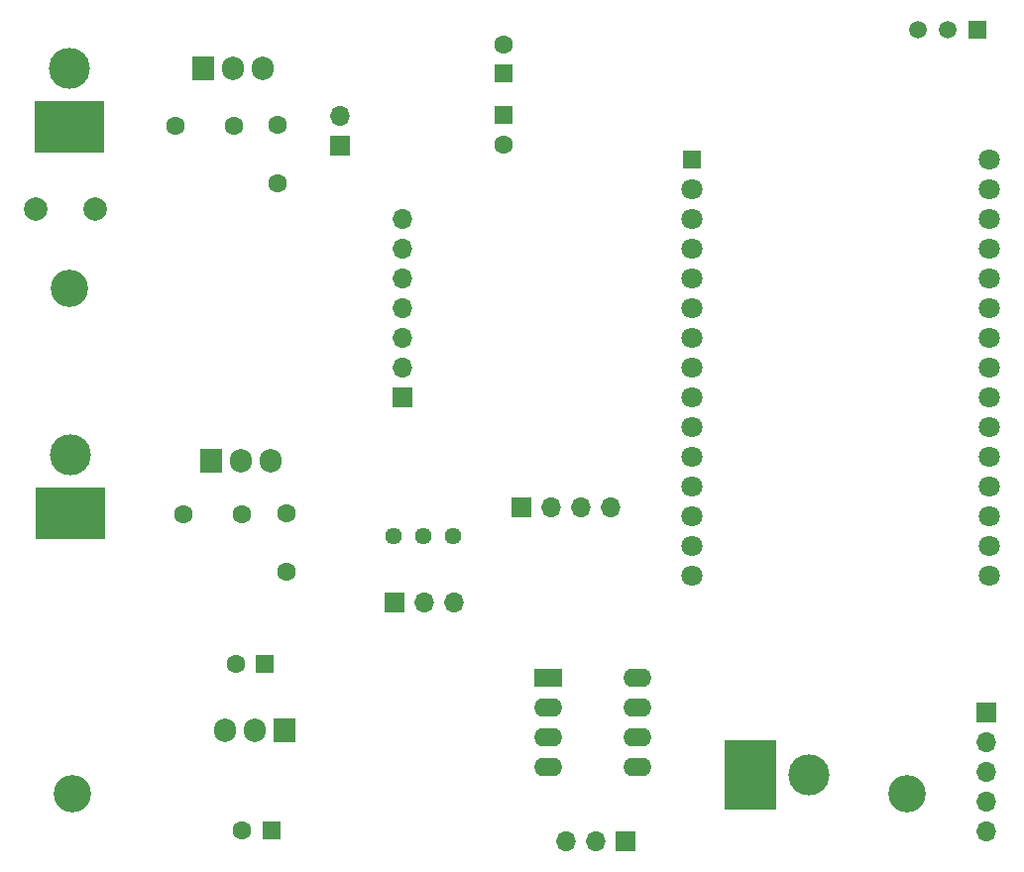
<source format=gbr>
%TF.GenerationSoftware,KiCad,Pcbnew,(5.1.9)-1*%
%TF.CreationDate,2021-03-07T20:13:41+01:00*%
%TF.ProjectId,FunctionGeneratorDDS,46756e63-7469-46f6-9e47-656e65726174,rev?*%
%TF.SameCoordinates,Original*%
%TF.FileFunction,Soldermask,Top*%
%TF.FilePolarity,Negative*%
%FSLAX46Y46*%
G04 Gerber Fmt 4.6, Leading zero omitted, Abs format (unit mm)*
G04 Created by KiCad (PCBNEW (5.1.9)-1) date 2021-03-07 20:13:41*
%MOMM*%
%LPD*%
G01*
G04 APERTURE LIST*
%ADD10R,1.500000X1.500000*%
%ADD11C,1.500000*%
%ADD12O,1.700000X1.700000*%
%ADD13R,1.700000X1.700000*%
%ADD14C,2.000000*%
%ADD15C,3.200000*%
%ADD16O,2.400000X1.600000*%
%ADD17R,2.400000X1.600000*%
%ADD18C,1.800000*%
%ADD19R,1.524000X1.524000*%
%ADD20O,1.905000X2.000000*%
%ADD21R,1.905000X2.000000*%
%ADD22C,1.440000*%
%ADD23C,3.500000*%
%ADD24R,4.500000X6.000000*%
%ADD25R,6.000000X4.500000*%
%ADD26C,1.600000*%
%ADD27R,1.600000X1.600000*%
G04 APERTURE END LIST*
D10*
%TO.C,U7*%
X140167360Y-63294260D03*
D11*
X135087360Y-63294260D03*
X137627360Y-63294260D03*
%TD*%
D12*
%TO.C,D1*%
X85758020Y-70672960D03*
D13*
X85758020Y-73212960D03*
%TD*%
D14*
%TO.C,F1*%
X59776360Y-78572520D03*
X64856360Y-78582520D03*
%TD*%
D15*
%TO.C,REF\u002A\u002A*%
X134170420Y-128549400D03*
%TD*%
%TO.C,REF\u002A\u002A*%
X62875160Y-128549400D03*
%TD*%
%TO.C,REF\u002A\u002A*%
X62644020Y-85354160D03*
%TD*%
D16*
%TO.C,U6*%
X111135160Y-118630700D03*
X103515160Y-126250700D03*
X111135160Y-121170700D03*
X103515160Y-123710700D03*
X111135160Y-123710700D03*
X103515160Y-121170700D03*
X111135160Y-126250700D03*
D17*
X103515160Y-118630700D03*
%TD*%
D18*
%TO.C,U5*%
X141185900Y-74378820D03*
X141185900Y-76918820D03*
X141185900Y-79458820D03*
X141185900Y-81998820D03*
X141185900Y-84538820D03*
X141185900Y-87078820D03*
X141185900Y-89618820D03*
X141185900Y-92158820D03*
X141185900Y-94698820D03*
X141185900Y-97238820D03*
X141185900Y-99778820D03*
X141185900Y-102318820D03*
X141185900Y-104858820D03*
X141185900Y-107398820D03*
X141185900Y-109938820D03*
X115785900Y-109938820D03*
X115785900Y-107398820D03*
X115785900Y-104858820D03*
X115785900Y-102318820D03*
X115785900Y-99778820D03*
X115785900Y-97238820D03*
X115785900Y-94698820D03*
X115785900Y-92158820D03*
X115785900Y-89618820D03*
X115785900Y-87078820D03*
X115785900Y-84538820D03*
X115785900Y-81998820D03*
X115785900Y-79458820D03*
X115785900Y-76918820D03*
D19*
X115785900Y-74378820D03*
%TD*%
D20*
%TO.C,U4*%
X75895200Y-123131580D03*
X78435200Y-123131580D03*
D21*
X80975200Y-123131580D03*
%TD*%
D20*
%TO.C,U3*%
X79804260Y-100096320D03*
X77264260Y-100096320D03*
D21*
X74724260Y-100096320D03*
%TD*%
D20*
%TO.C,U2*%
X79121000Y-66626740D03*
X76581000Y-66626740D03*
D21*
X74041000Y-66626740D03*
%TD*%
D12*
%TO.C,RV3*%
X95470980Y-112229900D03*
X92930980Y-112229900D03*
D13*
X90390980Y-112229900D03*
%TD*%
D12*
%TO.C,RV2*%
X105031540Y-132631180D03*
X107571540Y-132631180D03*
D13*
X110111540Y-132631180D03*
%TD*%
D22*
%TO.C,RV1*%
X90345260Y-106558080D03*
X92885260Y-106558080D03*
X95425260Y-106558080D03*
%TD*%
D12*
%TO.C,J6*%
X91028520Y-79420720D03*
X91028520Y-81960720D03*
X91028520Y-84500720D03*
X91028520Y-87040720D03*
X91028520Y-89580720D03*
X91028520Y-92120720D03*
D13*
X91028520Y-94660720D03*
%TD*%
D12*
%TO.C,J5*%
X140942060Y-131752340D03*
X140942060Y-129212340D03*
X140942060Y-126672340D03*
X140942060Y-124132340D03*
D13*
X140942060Y-121592340D03*
%TD*%
D12*
%TO.C,J4*%
X108866940Y-104096820D03*
X106326940Y-104096820D03*
X103786940Y-104096820D03*
D13*
X101246940Y-104096820D03*
%TD*%
D23*
%TO.C,J3*%
X125749060Y-126977140D03*
D24*
X120749060Y-126977140D03*
%TD*%
D23*
%TO.C,J2*%
X62613540Y-66592440D03*
D25*
X62613540Y-71592440D03*
%TD*%
D23*
%TO.C,J1*%
X62692280Y-99612440D03*
D25*
X62692280Y-104612440D03*
%TD*%
D26*
%TO.C,C8*%
X77372840Y-131721860D03*
D27*
X79872840Y-131721860D03*
%TD*%
D26*
%TO.C,C7*%
X81132680Y-109612440D03*
X81132680Y-104612440D03*
%TD*%
%TO.C,C6*%
X80424020Y-76434960D03*
X80424020Y-71434960D03*
%TD*%
%TO.C,C5*%
X99722940Y-73086600D03*
D27*
X99722940Y-70586600D03*
%TD*%
D26*
%TO.C,C4*%
X76819120Y-117457220D03*
D27*
X79319120Y-117457220D03*
%TD*%
D26*
%TO.C,C3*%
X77384920Y-104691180D03*
X72384920Y-104691180D03*
%TD*%
%TO.C,C2*%
X76676260Y-71513700D03*
X71676260Y-71513700D03*
%TD*%
%TO.C,C1*%
X99722940Y-64538220D03*
D27*
X99722940Y-67038220D03*
%TD*%
M02*

</source>
